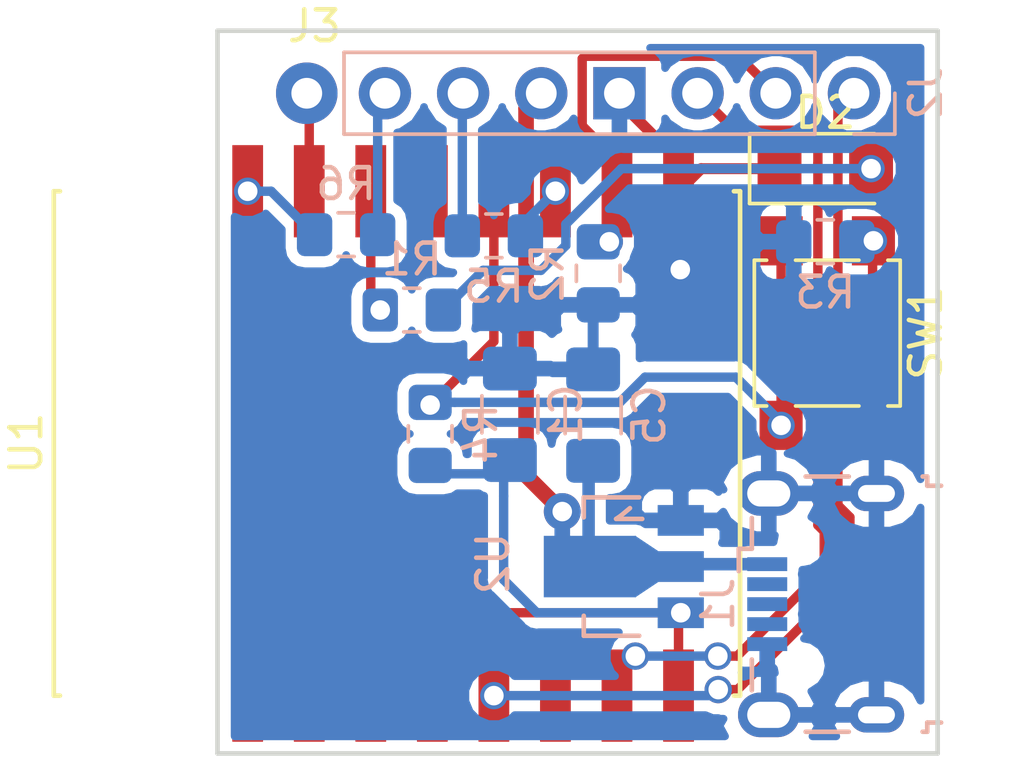
<source format=kicad_pcb>
(kicad_pcb (version 20171130) (host pcbnew 5.0.1-33cea8e~68~ubuntu16.04.1)

  (general
    (thickness 1.6)
    (drawings 4)
    (tracks 124)
    (zones 0)
    (modules 15)
    (nets 16)
  )

  (page A4)
  (layers
    (0 F.Cu signal)
    (31 B.Cu signal)
    (32 B.Adhes user)
    (33 F.Adhes user)
    (34 B.Paste user)
    (35 F.Paste user)
    (36 B.SilkS user)
    (37 F.SilkS user)
    (38 B.Mask user)
    (39 F.Mask user)
    (40 Dwgs.User user)
    (41 Cmts.User user)
    (42 Eco1.User user)
    (43 Eco2.User user)
    (44 Edge.Cuts user)
    (45 Margin user)
    (46 B.CrtYd user)
    (47 F.CrtYd user)
    (48 B.Fab user)
    (49 F.Fab user)
  )

  (setup
    (last_trace_width 0.3048)
    (trace_clearance 0.2)
    (zone_clearance 0.3556)
    (zone_45_only yes)
    (trace_min 0.3048)
    (segment_width 0.2)
    (edge_width 0.15)
    (via_size 0.889)
    (via_drill 0.635)
    (via_min_size 0.889)
    (via_min_drill 0.508)
    (uvia_size 0.508)
    (uvia_drill 0.127)
    (uvias_allowed no)
    (uvia_min_size 0.508)
    (uvia_min_drill 0.127)
    (pcb_text_width 0.3)
    (pcb_text_size 1.5 1.5)
    (mod_edge_width 0.15)
    (mod_text_size 1.5 1.5)
    (mod_text_width 0.15)
    (pad_size 1.99898 1.99898)
    (pad_drill 1)
    (pad_to_mask_clearance 0.2)
    (solder_mask_min_width 0.25)
    (aux_axis_origin 0 0)
    (visible_elements FFFFFF1F)
    (pcbplotparams
      (layerselection 0x00000_ffffffff)
      (usegerberextensions false)
      (usegerberattributes false)
      (usegerberadvancedattributes false)
      (creategerberjobfile false)
      (excludeedgelayer false)
      (linewidth 0.100000)
      (plotframeref false)
      (viasonmask false)
      (mode 1)
      (useauxorigin false)
      (hpglpennumber 1)
      (hpglpenspeed 20)
      (hpglpendiameter 15.000000)
      (psnegative false)
      (psa4output false)
      (plotreference false)
      (plotvalue false)
      (plotinvisibletext false)
      (padsonsilk false)
      (subtractmaskfromsilk false)
      (outputformat 5)
      (mirror true)
      (drillshape 2)
      (scaleselection 1)
      (outputdirectory "../../ESP8266/projekty/esp8266-infopanel/HW/"))
  )

  (net 0 "")
  (net 1 GND)
  (net 2 "Net-(R3-Pad2)")
  (net 3 "Net-(R4-Pad2)")
  (net 4 "Net-(D2-Pad2)")
  (net 5 "Net-(R1-Pad2)")
  (net 6 "Net-(R5-Pad2)")
  (net 7 "Net-(J3-Pad1)")
  (net 8 "Net-(R6-Pad2)")
  (net 9 "Net-(C1-Pad1)")
  (net 10 /VCC)
  (net 11 /TX1)
  (net 12 /TX2)
  (net 13 /DIN)
  (net 14 /CLK)
  (net 15 /CS)

  (net_class Default "Toto je výchozí třída sítě."
    (clearance 0.2)
    (trace_width 0.3048)
    (via_dia 0.889)
    (via_drill 0.635)
    (uvia_dia 0.508)
    (uvia_drill 0.127)
    (diff_pair_gap 0.2032)
    (diff_pair_width 0.3048)
    (add_net /CLK)
    (add_net /CS)
    (add_net /DIN)
    (add_net /TX1)
    (add_net /TX2)
    (add_net "Net-(C1-Pad1)")
    (add_net "Net-(D2-Pad2)")
    (add_net "Net-(J3-Pad1)")
    (add_net "Net-(R1-Pad2)")
    (add_net "Net-(R3-Pad2)")
    (add_net "Net-(R4-Pad2)")
    (add_net "Net-(R5-Pad2)")
    (add_net "Net-(R6-Pad2)")
  )

  (net_class GND ""
    (clearance 0.2)
    (trace_width 0.3558)
    (via_dia 0.889)
    (via_drill 0.635)
    (uvia_dia 0.508)
    (uvia_drill 0.127)
    (diff_pair_gap 0.2032)
    (diff_pair_width 0.3558)
    (add_net GND)
  )

  (net_class VCC ""
    (clearance 0.2)
    (trace_width 0.508)
    (via_dia 1.2)
    (via_drill 0.635)
    (uvia_dia 0.508)
    (uvia_drill 0.127)
    (diff_pair_gap 0.25)
    (diff_pair_width 0.4064)
    (add_net /VCC)
  )

  (module Diode_SMD:D_1206_3216Metric_Pad1.42x1.75mm_HandSolder (layer F.Cu) (tedit 5B4B45C8) (tstamp 5B830F2D)
    (at 178.5493 83.9851)
    (descr "Diode SMD 1206 (3216 Metric), square (rectangular) end terminal, IPC_7351 nominal, (Body size source: http://www.tortai-tech.com/upload/download/2011102023233369053.pdf), generated with kicad-footprint-generator")
    (tags "diode handsolder")
    (path /5AE386A1)
    (attr smd)
    (fp_text reference D2 (at 0 -1.82) (layer F.SilkS)
      (effects (font (size 1 1) (thickness 0.15)))
    )
    (fp_text value LED (at 0 1.82) (layer F.Fab)
      (effects (font (size 1 1) (thickness 0.15)))
    )
    (fp_line (start 1.6 -0.8) (end -1.2 -0.8) (layer F.Fab) (width 0.1))
    (fp_line (start -1.2 -0.8) (end -1.6 -0.4) (layer F.Fab) (width 0.1))
    (fp_line (start -1.6 -0.4) (end -1.6 0.8) (layer F.Fab) (width 0.1))
    (fp_line (start -1.6 0.8) (end 1.6 0.8) (layer F.Fab) (width 0.1))
    (fp_line (start 1.6 0.8) (end 1.6 -0.8) (layer F.Fab) (width 0.1))
    (fp_line (start 1.6 -1.135) (end -2.46 -1.135) (layer F.SilkS) (width 0.12))
    (fp_line (start -2.46 -1.135) (end -2.46 1.135) (layer F.SilkS) (width 0.12))
    (fp_line (start -2.46 1.135) (end 1.6 1.135) (layer F.SilkS) (width 0.12))
    (fp_line (start -2.45 1.12) (end -2.45 -1.12) (layer F.CrtYd) (width 0.05))
    (fp_line (start -2.45 -1.12) (end 2.45 -1.12) (layer F.CrtYd) (width 0.05))
    (fp_line (start 2.45 -1.12) (end 2.45 1.12) (layer F.CrtYd) (width 0.05))
    (fp_line (start 2.45 1.12) (end -2.45 1.12) (layer F.CrtYd) (width 0.05))
    (fp_text user %R (at 0 0) (layer F.Fab)
      (effects (font (size 0.8 0.8) (thickness 0.12)))
    )
    (pad 1 smd roundrect (at -1.4875 0) (size 1.425 1.75) (layers F.Cu F.Paste F.Mask) (roundrect_rratio 0.175439)
      (net 1 GND))
    (pad 2 smd roundrect (at 1.4875 0) (size 1.425 1.75) (layers F.Cu F.Paste F.Mask) (roundrect_rratio 0.175439)
      (net 4 "Net-(D2-Pad2)"))
    (model ${KISYS3DMOD}/Diode_SMD.3dshapes/D_1206_3216Metric.wrl
      (at (xyz 0 0 0))
      (scale (xyz 1 1 1))
      (rotate (xyz 0 0 0))
    )
  )

  (module Button_Switch_SMD:SW_SPST_TL3305A (layer F.Cu) (tedit 5B71EBEA) (tstamp 5B71F3AF)
    (at 178.6128 89.3318 270)
    (descr https://www.e-switch.com/system/asset/product_line/data_sheet/213/TL3305.pdf)
    (tags "TL3305 Series Tact Switch")
    (path /567D4755)
    (attr smd)
    (fp_text reference SW1 (at 0 -3.2 270) (layer F.SilkS)
      (effects (font (size 1 1) (thickness 0.15)))
    )
    (fp_text value User (at 0 3.2 270) (layer F.Fab)
      (effects (font (size 1 1) (thickness 0.15)))
    )
    (fp_line (start -3 1.15) (end -3 1.85) (layer F.Fab) (width 0.1))
    (fp_line (start -3 -1.85) (end -3 -1.15) (layer F.Fab) (width 0.1))
    (fp_line (start 3 1.15) (end 3 1.85) (layer F.Fab) (width 0.1))
    (fp_line (start 3 -1.85) (end 3 -1.15) (layer F.Fab) (width 0.1))
    (fp_line (start -3.75 1.85) (end -2.25 1.85) (layer F.Fab) (width 0.1))
    (fp_line (start -3.75 1.15) (end -3.75 1.85) (layer F.Fab) (width 0.1))
    (fp_line (start -2.25 1.15) (end -3.75 1.15) (layer F.Fab) (width 0.1))
    (fp_line (start -3.75 -1.15) (end -2.25 -1.15) (layer F.Fab) (width 0.1))
    (fp_line (start -3.75 -1.85) (end -3.75 -1.15) (layer F.Fab) (width 0.1))
    (fp_line (start -2.25 -1.85) (end -3.75 -1.85) (layer F.Fab) (width 0.1))
    (fp_line (start 3.75 1.85) (end 2.25 1.85) (layer F.Fab) (width 0.1))
    (fp_line (start 3.75 1.15) (end 3.75 1.85) (layer F.Fab) (width 0.1))
    (fp_line (start 2.25 1.15) (end 3.75 1.15) (layer F.Fab) (width 0.1))
    (fp_line (start 3.75 -1.85) (end 2.25 -1.85) (layer F.Fab) (width 0.1))
    (fp_line (start 3.75 -1.15) (end 3.75 -1.85) (layer F.Fab) (width 0.1))
    (fp_line (start 2.25 -1.15) (end 3.75 -1.15) (layer F.Fab) (width 0.1))
    (fp_circle (center 0 0) (end 1.25 0) (layer F.Fab) (width 0.1))
    (fp_line (start -2.25 2.25) (end -2.25 -2.25) (layer F.Fab) (width 0.1))
    (fp_line (start 2.25 2.25) (end -2.25 2.25) (layer F.Fab) (width 0.1))
    (fp_line (start 2.25 -2.25) (end 2.25 2.25) (layer F.Fab) (width 0.1))
    (fp_line (start -2.25 -2.25) (end 2.25 -2.25) (layer F.Fab) (width 0.1))
    (fp_text user %R (at 0 0 270) (layer F.Fab)
      (effects (font (size 0.5 0.5) (thickness 0.075)))
    )
    (fp_line (start -2.37 -2.37) (end 2.37 -2.37) (layer F.SilkS) (width 0.12))
    (fp_line (start -2.37 -2.37) (end -2.37 -1.97) (layer F.SilkS) (width 0.12))
    (fp_line (start 2.37 -2.37) (end 2.37 -1.97) (layer F.SilkS) (width 0.12))
    (fp_line (start -2.37 2.37) (end -2.37 1.97) (layer F.SilkS) (width 0.12))
    (fp_line (start -2.37 2.37) (end 2.37 2.37) (layer F.SilkS) (width 0.12))
    (fp_line (start 2.37 2.37) (end 2.37 1.97) (layer F.SilkS) (width 0.12))
    (fp_line (start 2.37 1.03) (end 2.37 -1.03) (layer F.SilkS) (width 0.12))
    (fp_line (start -2.37 1.03) (end -2.37 -1.03) (layer F.SilkS) (width 0.12))
    (fp_line (start 4.65 -2.5) (end 4.65 2.5) (layer F.CrtYd) (width 0.05))
    (fp_line (start 4.65 2.5) (end -4.65 2.5) (layer F.CrtYd) (width 0.05))
    (fp_line (start -4.65 2.5) (end -4.65 -2.5) (layer F.CrtYd) (width 0.05))
    (fp_line (start -4.65 -2.5) (end 4.65 -2.5) (layer F.CrtYd) (width 0.05))
    (pad 1 smd rect (at 3 -1.5 270) (size 1.6 1.4) (layers F.Cu F.Paste F.Mask)
      (net 2 "Net-(R3-Pad2)"))
    (pad 1 smd rect (at -3 -1.5 270) (size 1.6 1.4) (layers F.Cu F.Paste F.Mask)
      (net 2 "Net-(R3-Pad2)"))
    (pad 2 smd rect (at 3 1.5 270) (size 1.6 1.4) (layers F.Cu F.Paste F.Mask)
      (net 3 "Net-(R4-Pad2)"))
    (pad 2 smd rect (at -3 1.5 270) (size 1.6 1.4) (layers F.Cu F.Paste F.Mask)
      (net 3 "Net-(R4-Pad2)"))
    (model ${KISYS3DMOD}/Button_Switch_SMD.3dshapes/SW_SPST_TL3305A.wrl
      (at (xyz 0 0 0))
      (scale (xyz 1 1 1))
      (rotate (xyz 0 0 0))
    )
  )

  (module lib:ESP-8266-07 (layer F.Cu) (tedit 553B503D) (tstamp 553B5478)
    (at 165.78 92.92 90)
    (tags ESP)
    (path /553AAF87)
    (attr smd)
    (fp_text reference U1 (at 0 -13.2 90) (layer F.SilkS)
      (effects (font (size 1 1) (thickness 0.15)))
    )
    (fp_text value ESP8266-07 (at 0 11.1 90) (layer F.Fab)
      (effects (font (size 1 1) (thickness 0.15)))
    )
    (fp_line (start -3.7 -5.25) (end -3.7 5.25) (layer F.CrtYd) (width 0.05))
    (fp_line (start 3.7 -5.25) (end 3.7 5.25) (layer F.CrtYd) (width 0.05))
    (fp_line (start -3.7 -5.25) (end 3.7 -5.25) (layer F.CrtYd) (width 0.05))
    (fp_line (start -3.7 5.25) (end 3.7 5.25) (layer F.CrtYd) (width 0.05))
    (fp_line (start -8.2 -12.3) (end -8.2 -12.1) (layer F.SilkS) (width 0.15))
    (fp_line (start 8.2 -12.3) (end 8.2 -12.1) (layer F.SilkS) (width 0.15))
    (fp_line (start 8.2 10) (end 8.2 9.8) (layer F.SilkS) (width 0.15))
    (fp_line (start -8.2 10) (end -8.2 9.8) (layer F.SilkS) (width 0.15))
    (fp_line (start -8.2 -12.3) (end 8.2 -12.3) (layer F.SilkS) (width 0.15))
    (fp_line (start -8.2 10) (end 8.2 10) (layer F.SilkS) (width 0.15))
    (pad 1 smd rect (at -8.2 -6 90) (size 3 1) (layers F.Cu F.Paste F.Mask))
    (pad 2 smd rect (at -8.2 -4 90) (size 3 1) (layers F.Cu F.Paste F.Mask))
    (pad 3 smd rect (at -8.2 -2 90) (size 3 1) (layers F.Cu F.Paste F.Mask)
      (net 9 "Net-(C1-Pad1)"))
    (pad 4 smd rect (at -8.2 0 90) (size 3 1) (layers F.Cu F.Paste F.Mask))
    (pad 5 smd rect (at -8.2 2 90) (size 3 1) (layers F.Cu F.Paste F.Mask)
      (net 14 /CLK))
    (pad 6 smd rect (at -8.2 4 90) (size 3 1) (layers F.Cu F.Paste F.Mask))
    (pad 7 smd rect (at -8.2 6 90) (size 3 1) (layers F.Cu F.Paste F.Mask)
      (net 13 /DIN))
    (pad 8 smd rect (at -8.2 8 90) (size 3 1) (layers F.Cu F.Paste F.Mask)
      (net 9 "Net-(C1-Pad1)"))
    (pad 9 smd rect (at 8.2 8 90) (size 3 1) (layers F.Cu F.Paste F.Mask)
      (net 1 GND))
    (pad 10 smd rect (at 8.2 6 90) (size 3 1) (layers F.Cu F.Paste F.Mask)
      (net 15 /CS))
    (pad 11 smd rect (at 8.2 4 90) (size 3 1) (layers F.Cu F.Paste F.Mask)
      (net 6 "Net-(R5-Pad2)"))
    (pad 12 smd rect (at 8.2 2 90) (size 3 1) (layers F.Cu F.Paste F.Mask)
      (net 3 "Net-(R4-Pad2)"))
    (pad 13 smd rect (at 8.2 0 90) (size 3 1) (layers F.Cu F.Paste F.Mask))
    (pad 14 smd rect (at 8.2 -2 90) (size 3 1) (layers F.Cu F.Paste F.Mask)
      (net 5 "Net-(R1-Pad2)"))
    (pad 15 smd rect (at 8.2 -4 90) (size 3 1) (layers F.Cu F.Paste F.Mask)
      (net 7 "Net-(J3-Pad1)"))
    (pad 16 smd rect (at 8.2 -6 90) (size 3 1) (layers F.Cu F.Paste F.Mask)
      (net 8 "Net-(R6-Pad2)"))
  )

  (module TO_SOT_Packages_SMD:SOT89-3_Housing (layer B.Cu) (tedit 0) (tstamp 57991050)
    (at 172.00118 96.92386 270)
    (descr "SOT89-3, Housing,")
    (tags "SOT89-3, Housing,")
    (path /579910CF)
    (attr smd)
    (fp_text reference U2 (at -0.09906 4.24942 270) (layer B.SilkS)
      (effects (font (size 1 1) (thickness 0.15)) (justify mirror))
    )
    (fp_text value HT7335 (at -0.20066 -4.59994 270) (layer B.Fab)
      (effects (font (size 1 1) (thickness 0.15)) (justify mirror))
    )
    (fp_line (start -1.89992 -0.20066) (end -1.651 0.09906) (layer B.SilkS) (width 0.15))
    (fp_line (start -1.651 0.09906) (end -1.5494 0.24892) (layer B.SilkS) (width 0.15))
    (fp_line (start -1.5494 0.24892) (end -1.5494 -0.59944) (layer B.SilkS) (width 0.15))
    (fp_line (start -2.25044 1.30048) (end -2.25044 -0.50038) (layer B.SilkS) (width 0.15))
    (fp_line (start -2.25044 1.30048) (end -1.6002 1.30048) (layer B.SilkS) (width 0.15))
    (fp_line (start 2.25044 1.30048) (end 2.25044 -0.50038) (layer B.SilkS) (width 0.15))
    (fp_line (start 2.25044 1.30048) (end 1.6002 1.30048) (layer B.SilkS) (width 0.15))
    (pad 1 smd rect (at -1.50114 -1.85166 270) (size 1.00076 1.50114) (layers B.Cu B.Paste B.Mask)
      (net 1 GND))
    (pad 2 smd rect (at 0 -1.85166 270) (size 1.00076 1.50114) (layers B.Cu B.Paste B.Mask)
      (net 10 /VCC))
    (pad 3 smd rect (at 1.50114 -1.85166 270) (size 1.00076 1.50114) (layers B.Cu B.Paste B.Mask)
      (net 9 "Net-(C1-Pad1)"))
    (pad 2 smd rect (at 0 1.09982 270) (size 1.99898 2.99974) (layers B.Cu B.Paste B.Mask)
      (net 10 /VCC))
    (pad 2 smd trapezoid (at 0 -0.7493 90) (size 1.50114 0.7493) (rect_delta 0 -0.50038 ) (layers B.Cu B.Paste B.Mask)
      (net 10 /VCC))
    (model TO_SOT_Packages_SMD.3dshapes/SOT89-3_Housing.wrl
      (at (xyz 0 0 0))
      (scale (xyz 0.3937 0.3937 0.3937))
      (rotate (xyz 0 0 0))
    )
  )

  (module libKonektory:USB_Micro-B_Wuerth_629105150521 (layer B.Cu) (tedit 5B5B239F) (tstamp 5B830F3F)
    (at 178.562 98.1456 270)
    (descr "USB Micro-B receptacle, http://www.mouser.com/ds/2/445/629105150521-469306.pdf")
    (tags "usb micro receptacle")
    (path /5B5F93A8)
    (attr smd)
    (fp_text reference J1 (at 0 3.5 270) (layer B.SilkS)
      (effects (font (size 1 1) (thickness 0.15)) (justify mirror))
    )
    (fp_text value USB_B_Micro (at 0 -5.6 270) (layer B.Fab)
      (effects (font (size 1 1) (thickness 0.15)) (justify mirror))
    )
    (fp_line (start -4 2.25) (end -4 -3.15) (layer B.Fab) (width 0.15))
    (fp_line (start -4 -3.15) (end -3.7 -3.15) (layer B.Fab) (width 0.15))
    (fp_line (start -3.7 -3.15) (end -3.7 -4.35) (layer B.Fab) (width 0.15))
    (fp_line (start -3.7 -4.35) (end 3.7 -4.35) (layer B.Fab) (width 0.15))
    (fp_line (start 3.7 -4.35) (end 3.7 -3.15) (layer B.Fab) (width 0.15))
    (fp_line (start 3.7 -3.15) (end 4 -3.15) (layer B.Fab) (width 0.15))
    (fp_line (start 4 -3.15) (end 4 2.25) (layer B.Fab) (width 0.15))
    (fp_line (start 4 2.25) (end -4 2.25) (layer B.Fab) (width 0.15))
    (fp_line (start -2.7 -3.75) (end 2.7 -3.75) (layer B.Fab) (width 0.15))
    (fp_line (start -1.075 2.725) (end -1.3 2.55) (layer B.Fab) (width 0.15))
    (fp_line (start -1.3 2.55) (end -1.525 2.725) (layer B.Fab) (width 0.15))
    (fp_line (start -1.525 2.725) (end -1.525 2.95) (layer B.Fab) (width 0.15))
    (fp_line (start -1.525 2.95) (end -1.075 2.95) (layer B.Fab) (width 0.15))
    (fp_line (start -1.075 2.95) (end -1.075 2.725) (layer B.Fab) (width 0.15))
    (fp_line (start -4.15 0.65) (end -4.15 -0.75) (layer B.SilkS) (width 0.15))
    (fp_line (start -4.15 -3.15) (end -4.15 -3.3) (layer B.SilkS) (width 0.15))
    (fp_line (start -4.15 -3.3) (end -3.85 -3.3) (layer B.SilkS) (width 0.15))
    (fp_line (start -3.85 -3.3) (end -3.85 -3.75) (layer B.SilkS) (width 0.15))
    (fp_line (start 3.85 -3.75) (end 3.85 -3.3) (layer B.SilkS) (width 0.15))
    (fp_line (start 3.85 -3.3) (end 4.15 -3.3) (layer B.SilkS) (width 0.15))
    (fp_line (start 4.15 -3.3) (end 4.15 -3.15) (layer B.SilkS) (width 0.15))
    (fp_line (start 4.15 -0.75) (end 4.15 0.65) (layer B.SilkS) (width 0.15))
    (fp_line (start -1.075 2.825) (end -1.8 2.825) (layer B.SilkS) (width 0.15))
    (fp_line (start -1.8 2.825) (end -1.8 2.4) (layer B.SilkS) (width 0.15))
    (fp_line (start -1.8 2.4) (end -2.8 2.4) (layer B.SilkS) (width 0.15))
    (fp_line (start 1.8 2.4) (end 2.8 2.4) (layer B.SilkS) (width 0.15))
    (fp_line (start -4.94 3.34) (end -4.94 -4.85) (layer B.CrtYd) (width 0.05))
    (fp_line (start -4.94 -4.85) (end 4.95 -4.85) (layer B.CrtYd) (width 0.05))
    (fp_line (start 4.95 -4.85) (end 4.95 3.34) (layer B.CrtYd) (width 0.05))
    (fp_line (start 4.95 3.34) (end -4.94 3.34) (layer B.CrtYd) (width 0.05))
    (fp_text user %R (at 0 -1.05 270) (layer B.Fab)
      (effects (font (size 1 1) (thickness 0.15)) (justify mirror))
    )
    (fp_text user "PCB Edge" (at 0 -3.75 270) (layer Dwgs.User)
      (effects (font (size 0.5 0.5) (thickness 0.08)))
    )
    (pad 1 smd rect (at -1.3 1.9 270) (size 0.45 1.3) (layers B.Cu B.Paste B.Mask)
      (net 10 /VCC))
    (pad 2 smd rect (at -0.65 1.9 270) (size 0.45 1.3) (layers B.Cu B.Paste B.Mask))
    (pad 3 smd rect (at 0 1.9 270) (size 0.45 1.3) (layers B.Cu B.Paste B.Mask))
    (pad 4 smd rect (at 0.65 1.9 270) (size 0.45 1.3) (layers B.Cu B.Paste B.Mask))
    (pad 5 smd rect (at 1.3 1.9 270) (size 0.45 1.3) (layers B.Cu B.Paste B.Mask)
      (net 1 GND))
    (pad 6 thru_hole oval (at -3.6 1.85 270) (size 1.45 2) (drill oval 0.85 1.4) (layers *.Cu *.Mask)
      (net 1 GND))
    (pad 6 thru_hole oval (at 3.6 1.85 270) (size 1.45 2) (drill oval 0.85 1.4) (layers *.Cu *.Mask)
      (net 1 GND))
    (pad 6 thru_hole oval (at -3.6 -1.65 270) (size 1.15 1.8) (drill oval 0.55 1.2) (layers *.Cu *.Mask)
      (net 1 GND))
    (pad 6 thru_hole oval (at 3.6 -1.65 270) (size 1.15 1.8) (drill oval 0.55 1.2) (layers *.Cu *.Mask)
      (net 1 GND))
    (pad "" np_thru_hole oval (at -2 0.8 270) (size 0.8 0.8) (drill 0.8) (layers *.Cu *.Mask))
    (pad "" np_thru_hole oval (at 2 0.8 270) (size 0.8 0.8) (drill 0.8) (layers *.Cu *.Mask))
    (model ${KISYS3DMOD}/Connector_USB.3dshapes/USB_Micro-B_Wuerth_629105150521.wrl
      (at (xyz 0 0 0))
      (scale (xyz 1 1 1))
      (rotate (xyz 0 0 0))
    )
  )

  (module Connector_Wire:SolderWirePad_1x01_Drill0.8mm (layer F.Cu) (tedit 5B7352DF) (tstamp 5B830F8D)
    (at 161.9504 81.8896)
    (descr "Wire solder connection")
    (tags connector)
    (path /5B618711)
    (attr virtual)
    (fp_text reference J3 (at 0 -2.54) (layer F.SilkS)
      (effects (font (size 1 1) (thickness 0.15)))
    )
    (fp_text value RX (at 0 2.54) (layer F.Fab)
      (effects (font (size 1 1) (thickness 0.15)))
    )
    (fp_text user %R (at 0 0) (layer F.Fab)
      (effects (font (size 1 1) (thickness 0.15)))
    )
    (fp_line (start -1.5 -1.5) (end 1.5 -1.5) (layer F.CrtYd) (width 0.05))
    (fp_line (start -1.5 -1.5) (end -1.5 1.5) (layer F.CrtYd) (width 0.05))
    (fp_line (start 1.5 1.5) (end 1.5 -1.5) (layer F.CrtYd) (width 0.05))
    (fp_line (start 1.5 1.5) (end -1.5 1.5) (layer F.CrtYd) (width 0.05))
    (pad 1 thru_hole circle (at -0.2504 -0.3556) (size 1.99898 1.99898) (drill 1) (layers *.Cu *.Mask)
      (net 7 "Net-(J3-Pad1)"))
  )

  (module Connector_PinHeader_2.54mm:PinHeader_1x07_P2.54mm_Vertical (layer B.Cu) (tedit 5B674909) (tstamp 5B737500)
    (at 179.48 81.534 90)
    (descr "Through hole straight pin header, 1x07, 2.54mm pitch, single row")
    (tags "Through hole pin header THT 1x07 2.54mm single row")
    (path /5B67B50E)
    (fp_text reference J2 (at 0 2.33 90) (layer B.SilkS)
      (effects (font (size 1 1) (thickness 0.15)) (justify mirror))
    )
    (fp_text value Display (at 0 -17.57 90) (layer B.Fab)
      (effects (font (size 1 1) (thickness 0.15)) (justify mirror))
    )
    (fp_line (start -0.635 1.27) (end 1.27 1.27) (layer B.Fab) (width 0.1))
    (fp_line (start 1.27 1.27) (end 1.27 -16.51) (layer B.Fab) (width 0.1))
    (fp_line (start 1.27 -16.51) (end -1.27 -16.51) (layer B.Fab) (width 0.1))
    (fp_line (start -1.27 -16.51) (end -1.27 0.635) (layer B.Fab) (width 0.1))
    (fp_line (start -1.27 0.635) (end -0.635 1.27) (layer B.Fab) (width 0.1))
    (fp_line (start -1.33 -16.57) (end 1.33 -16.57) (layer B.SilkS) (width 0.12))
    (fp_line (start -1.33 -1.27) (end -1.33 -16.57) (layer B.SilkS) (width 0.12))
    (fp_line (start 1.33 -1.27) (end 1.33 -16.57) (layer B.SilkS) (width 0.12))
    (fp_line (start -1.33 -1.27) (end 1.33 -1.27) (layer B.SilkS) (width 0.12))
    (fp_line (start -1.33 0) (end -1.33 1.33) (layer B.SilkS) (width 0.12))
    (fp_line (start -1.33 1.33) (end 0 1.33) (layer B.SilkS) (width 0.12))
    (fp_line (start -1.8 1.8) (end -1.8 -17.05) (layer B.CrtYd) (width 0.05))
    (fp_line (start -1.8 -17.05) (end 1.8 -17.05) (layer B.CrtYd) (width 0.05))
    (fp_line (start 1.8 -17.05) (end 1.8 1.8) (layer B.CrtYd) (width 0.05))
    (fp_line (start 1.8 1.8) (end -1.8 1.8) (layer B.CrtYd) (width 0.05))
    (fp_text user %R (at 0 -7.62) (layer B.Fab)
      (effects (font (size 1 1) (thickness 0.15)) (justify mirror))
    )
    (pad 1 thru_hole circle (at 0 0 90) (size 1.7 1.7) (drill 1) (layers *.Cu *.Mask)
      (net 14 /CLK))
    (pad 2 thru_hole oval (at 0 -2.54 90) (size 1.7 1.7) (drill 1) (layers *.Cu *.Mask)
      (net 15 /CS))
    (pad 3 thru_hole oval (at 0 -5.08 90) (size 1.7 1.7) (drill 1) (layers *.Cu *.Mask)
      (net 13 /DIN))
    (pad 4 thru_hole rect (at 0 -7.62 90) (size 1.7 1.7) (drill 1) (layers *.Cu *.Mask)
      (net 1 GND))
    (pad 5 thru_hole oval (at 0 -10.16 90) (size 1.7 1.7) (drill 1) (layers *.Cu *.Mask)
      (net 10 /VCC))
    (pad 6 thru_hole oval (at 0 -12.7 90) (size 1.7 1.7) (drill 1) (layers *.Cu *.Mask)
      (net 12 /TX2))
    (pad 7 thru_hole oval (at 0 -15.24 90) (size 1.7 1.7) (drill 1) (layers *.Cu *.Mask)
      (net 11 /TX1))
    (model ${KISYS3DMOD}/Connector_PinHeader_2.54mm.3dshapes/PinHeader_1x07_P2.54mm_Vertical.wrl
      (at (xyz 0 0 0))
      (scale (xyz 1 1 1))
      (rotate (xyz 0 0 0))
    )
  )

  (module Capacitor_SMD:C_1206_3216Metric_Pad1.42x1.75mm_HandSolder (layer B.Cu) (tedit 5B301BBE) (tstamp 5B7F81A2)
    (at 168.3004 91.9734 90)
    (descr "Capacitor SMD 1206 (3216 Metric), square (rectangular) end terminal, IPC_7351 nominal with elongated pad for handsoldering. (Body size source: http://www.tortai-tech.com/upload/download/2011102023233369053.pdf), generated with kicad-footprint-generator")
    (tags "capacitor handsolder")
    (path /5B649E3A)
    (attr smd)
    (fp_text reference C1 (at 0 1.82 90) (layer B.SilkS)
      (effects (font (size 1 1) (thickness 0.15)) (justify mirror))
    )
    (fp_text value 10µF (at 0 -1.82 90) (layer B.Fab)
      (effects (font (size 1 1) (thickness 0.15)) (justify mirror))
    )
    (fp_text user %R (at 0 0 90) (layer B.Fab)
      (effects (font (size 0.8 0.8) (thickness 0.12)) (justify mirror))
    )
    (fp_line (start 2.45 -1.12) (end -2.45 -1.12) (layer B.CrtYd) (width 0.05))
    (fp_line (start 2.45 1.12) (end 2.45 -1.12) (layer B.CrtYd) (width 0.05))
    (fp_line (start -2.45 1.12) (end 2.45 1.12) (layer B.CrtYd) (width 0.05))
    (fp_line (start -2.45 -1.12) (end -2.45 1.12) (layer B.CrtYd) (width 0.05))
    (fp_line (start -0.602064 -0.91) (end 0.602064 -0.91) (layer B.SilkS) (width 0.12))
    (fp_line (start -0.602064 0.91) (end 0.602064 0.91) (layer B.SilkS) (width 0.12))
    (fp_line (start 1.6 -0.8) (end -1.6 -0.8) (layer B.Fab) (width 0.1))
    (fp_line (start 1.6 0.8) (end 1.6 -0.8) (layer B.Fab) (width 0.1))
    (fp_line (start -1.6 0.8) (end 1.6 0.8) (layer B.Fab) (width 0.1))
    (fp_line (start -1.6 -0.8) (end -1.6 0.8) (layer B.Fab) (width 0.1))
    (pad 2 smd roundrect (at 1.4875 0 90) (size 1.425 1.75) (layers B.Cu B.Paste B.Mask) (roundrect_rratio 0.175439)
      (net 1 GND))
    (pad 1 smd roundrect (at -1.4875 0 90) (size 1.425 1.75) (layers B.Cu B.Paste B.Mask) (roundrect_rratio 0.175439)
      (net 9 "Net-(C1-Pad1)"))
    (model ${KISYS3DMOD}/Capacitor_SMD.3dshapes/C_1206_3216Metric.wrl
      (at (xyz 0 0 0))
      (scale (xyz 1 1 1))
      (rotate (xyz 0 0 0))
    )
  )

  (module Capacitor_SMD:C_1206_3216Metric_Pad1.42x1.75mm_HandSolder (layer B.Cu) (tedit 5B301BBE) (tstamp 5B7F81B2)
    (at 171.0055 91.9988 90)
    (descr "Capacitor SMD 1206 (3216 Metric), square (rectangular) end terminal, IPC_7351 nominal with elongated pad for handsoldering. (Body size source: http://www.tortai-tech.com/upload/download/2011102023233369053.pdf), generated with kicad-footprint-generator")
    (tags "capacitor handsolder")
    (path /57541D3E)
    (attr smd)
    (fp_text reference C5 (at 0 1.82 90) (layer B.SilkS)
      (effects (font (size 1 1) (thickness 0.15)) (justify mirror))
    )
    (fp_text value 10µF (at 0 -1.82 90) (layer B.Fab)
      (effects (font (size 1 1) (thickness 0.15)) (justify mirror))
    )
    (fp_line (start -1.6 -0.8) (end -1.6 0.8) (layer B.Fab) (width 0.1))
    (fp_line (start -1.6 0.8) (end 1.6 0.8) (layer B.Fab) (width 0.1))
    (fp_line (start 1.6 0.8) (end 1.6 -0.8) (layer B.Fab) (width 0.1))
    (fp_line (start 1.6 -0.8) (end -1.6 -0.8) (layer B.Fab) (width 0.1))
    (fp_line (start -0.602064 0.91) (end 0.602064 0.91) (layer B.SilkS) (width 0.12))
    (fp_line (start -0.602064 -0.91) (end 0.602064 -0.91) (layer B.SilkS) (width 0.12))
    (fp_line (start -2.45 -1.12) (end -2.45 1.12) (layer B.CrtYd) (width 0.05))
    (fp_line (start -2.45 1.12) (end 2.45 1.12) (layer B.CrtYd) (width 0.05))
    (fp_line (start 2.45 1.12) (end 2.45 -1.12) (layer B.CrtYd) (width 0.05))
    (fp_line (start 2.45 -1.12) (end -2.45 -1.12) (layer B.CrtYd) (width 0.05))
    (fp_text user %R (at 0 0 90) (layer B.Fab)
      (effects (font (size 0.8 0.8) (thickness 0.12)) (justify mirror))
    )
    (pad 1 smd roundrect (at -1.4875 0 90) (size 1.425 1.75) (layers B.Cu B.Paste B.Mask) (roundrect_rratio 0.175439)
      (net 10 /VCC))
    (pad 2 smd roundrect (at 1.4875 0 90) (size 1.425 1.75) (layers B.Cu B.Paste B.Mask) (roundrect_rratio 0.175439)
      (net 1 GND))
    (model ${KISYS3DMOD}/Capacitor_SMD.3dshapes/C_1206_3216Metric.wrl
      (at (xyz 0 0 0))
      (scale (xyz 1 1 1))
      (rotate (xyz 0 0 0))
    )
  )

  (module Resistor_SMD:R_0805_2012Metric_Pad1.15x1.40mm_HandSolder (layer B.Cu) (tedit 5B36C52B) (tstamp 5B7F81C2)
    (at 165.1127 88.5825 180)
    (descr "Resistor SMD 0805 (2012 Metric), square (rectangular) end terminal, IPC_7351 nominal with elongated pad for handsoldering. (Body size source: https://docs.google.com/spreadsheets/d/1BsfQQcO9C6DZCsRaXUlFlo91Tg2WpOkGARC1WS5S8t0/edit?usp=sharing), generated with kicad-footprint-generator")
    (tags "resistor handsolder")
    (path /5AE387D4)
    (attr smd)
    (fp_text reference R1 (at 0 1.65 180) (layer B.SilkS)
      (effects (font (size 1 1) (thickness 0.15)) (justify mirror))
    )
    (fp_text value 330 (at 0 -1.65 180) (layer B.Fab)
      (effects (font (size 1 1) (thickness 0.15)) (justify mirror))
    )
    (fp_text user %R (at 0 0 180) (layer B.Fab)
      (effects (font (size 0.5 0.5) (thickness 0.08)) (justify mirror))
    )
    (fp_line (start 1.85 -0.95) (end -1.85 -0.95) (layer B.CrtYd) (width 0.05))
    (fp_line (start 1.85 0.95) (end 1.85 -0.95) (layer B.CrtYd) (width 0.05))
    (fp_line (start -1.85 0.95) (end 1.85 0.95) (layer B.CrtYd) (width 0.05))
    (fp_line (start -1.85 -0.95) (end -1.85 0.95) (layer B.CrtYd) (width 0.05))
    (fp_line (start -0.261252 -0.71) (end 0.261252 -0.71) (layer B.SilkS) (width 0.12))
    (fp_line (start -0.261252 0.71) (end 0.261252 0.71) (layer B.SilkS) (width 0.12))
    (fp_line (start 1 -0.6) (end -1 -0.6) (layer B.Fab) (width 0.1))
    (fp_line (start 1 0.6) (end 1 -0.6) (layer B.Fab) (width 0.1))
    (fp_line (start -1 0.6) (end 1 0.6) (layer B.Fab) (width 0.1))
    (fp_line (start -1 -0.6) (end -1 0.6) (layer B.Fab) (width 0.1))
    (pad 2 smd roundrect (at 1.025 0 180) (size 1.15 1.4) (layers B.Cu B.Paste B.Mask) (roundrect_rratio 0.217391)
      (net 5 "Net-(R1-Pad2)"))
    (pad 1 smd roundrect (at -1.025 0 180) (size 1.15 1.4) (layers B.Cu B.Paste B.Mask) (roundrect_rratio 0.217391)
      (net 4 "Net-(D2-Pad2)"))
    (model ${KISYS3DMOD}/Resistor_SMD.3dshapes/R_0805_2012Metric.wrl
      (at (xyz 0 0 0))
      (scale (xyz 1 1 1))
      (rotate (xyz 0 0 0))
    )
  )

  (module Resistor_SMD:R_0805_2012Metric_Pad1.15x1.40mm_HandSolder (layer B.Cu) (tedit 5B36C52B) (tstamp 5B7F81D2)
    (at 171.1706 87.3887 270)
    (descr "Resistor SMD 0805 (2012 Metric), square (rectangular) end terminal, IPC_7351 nominal with elongated pad for handsoldering. (Body size source: https://docs.google.com/spreadsheets/d/1BsfQQcO9C6DZCsRaXUlFlo91Tg2WpOkGARC1WS5S8t0/edit?usp=sharing), generated with kicad-footprint-generator")
    (tags "resistor handsolder")
    (path /567DDE97)
    (attr smd)
    (fp_text reference R2 (at 0 1.65 270) (layer B.SilkS)
      (effects (font (size 1 1) (thickness 0.15)) (justify mirror))
    )
    (fp_text value 10k (at 0 -1.65 270) (layer B.Fab)
      (effects (font (size 1 1) (thickness 0.15)) (justify mirror))
    )
    (fp_text user %R (at 0 0 270) (layer B.Fab)
      (effects (font (size 0.5 0.5) (thickness 0.08)) (justify mirror))
    )
    (fp_line (start 1.85 -0.95) (end -1.85 -0.95) (layer B.CrtYd) (width 0.05))
    (fp_line (start 1.85 0.95) (end 1.85 -0.95) (layer B.CrtYd) (width 0.05))
    (fp_line (start -1.85 0.95) (end 1.85 0.95) (layer B.CrtYd) (width 0.05))
    (fp_line (start -1.85 -0.95) (end -1.85 0.95) (layer B.CrtYd) (width 0.05))
    (fp_line (start -0.261252 -0.71) (end 0.261252 -0.71) (layer B.SilkS) (width 0.12))
    (fp_line (start -0.261252 0.71) (end 0.261252 0.71) (layer B.SilkS) (width 0.12))
    (fp_line (start 1 -0.6) (end -1 -0.6) (layer B.Fab) (width 0.1))
    (fp_line (start 1 0.6) (end 1 -0.6) (layer B.Fab) (width 0.1))
    (fp_line (start -1 0.6) (end 1 0.6) (layer B.Fab) (width 0.1))
    (fp_line (start -1 -0.6) (end -1 0.6) (layer B.Fab) (width 0.1))
    (pad 2 smd roundrect (at 1.025 0 270) (size 1.15 1.4) (layers B.Cu B.Paste B.Mask) (roundrect_rratio 0.217391)
      (net 1 GND))
    (pad 1 smd roundrect (at -1.025 0 270) (size 1.15 1.4) (layers B.Cu B.Paste B.Mask) (roundrect_rratio 0.217391)
      (net 15 /CS))
    (model ${KISYS3DMOD}/Resistor_SMD.3dshapes/R_0805_2012Metric.wrl
      (at (xyz 0 0 0))
      (scale (xyz 1 1 1))
      (rotate (xyz 0 0 0))
    )
  )

  (module Resistor_SMD:R_0805_2012Metric_Pad1.15x1.40mm_HandSolder (layer B.Cu) (tedit 5B36C52B) (tstamp 5B7F81E2)
    (at 178.5493 86.36)
    (descr "Resistor SMD 0805 (2012 Metric), square (rectangular) end terminal, IPC_7351 nominal with elongated pad for handsoldering. (Body size source: https://docs.google.com/spreadsheets/d/1BsfQQcO9C6DZCsRaXUlFlo91Tg2WpOkGARC1WS5S8t0/edit?usp=sharing), generated with kicad-footprint-generator")
    (tags "resistor handsolder")
    (path /567D56AF)
    (attr smd)
    (fp_text reference R3 (at 0 1.65) (layer B.SilkS)
      (effects (font (size 1 1) (thickness 0.15)) (justify mirror))
    )
    (fp_text value 330 (at 0 -1.65) (layer B.Fab)
      (effects (font (size 1 1) (thickness 0.15)) (justify mirror))
    )
    (fp_line (start -1 -0.6) (end -1 0.6) (layer B.Fab) (width 0.1))
    (fp_line (start -1 0.6) (end 1 0.6) (layer B.Fab) (width 0.1))
    (fp_line (start 1 0.6) (end 1 -0.6) (layer B.Fab) (width 0.1))
    (fp_line (start 1 -0.6) (end -1 -0.6) (layer B.Fab) (width 0.1))
    (fp_line (start -0.261252 0.71) (end 0.261252 0.71) (layer B.SilkS) (width 0.12))
    (fp_line (start -0.261252 -0.71) (end 0.261252 -0.71) (layer B.SilkS) (width 0.12))
    (fp_line (start -1.85 -0.95) (end -1.85 0.95) (layer B.CrtYd) (width 0.05))
    (fp_line (start -1.85 0.95) (end 1.85 0.95) (layer B.CrtYd) (width 0.05))
    (fp_line (start 1.85 0.95) (end 1.85 -0.95) (layer B.CrtYd) (width 0.05))
    (fp_line (start 1.85 -0.95) (end -1.85 -0.95) (layer B.CrtYd) (width 0.05))
    (fp_text user %R (at 0 0) (layer B.Fab)
      (effects (font (size 0.5 0.5) (thickness 0.08)) (justify mirror))
    )
    (pad 1 smd roundrect (at -1.025 0) (size 1.15 1.4) (layers B.Cu B.Paste B.Mask) (roundrect_rratio 0.217391)
      (net 1 GND))
    (pad 2 smd roundrect (at 1.025 0) (size 1.15 1.4) (layers B.Cu B.Paste B.Mask) (roundrect_rratio 0.217391)
      (net 2 "Net-(R3-Pad2)"))
    (model ${KISYS3DMOD}/Resistor_SMD.3dshapes/R_0805_2012Metric.wrl
      (at (xyz 0 0 0))
      (scale (xyz 1 1 1))
      (rotate (xyz 0 0 0))
    )
  )

  (module Resistor_SMD:R_0805_2012Metric_Pad1.15x1.40mm_HandSolder (layer B.Cu) (tedit 5B36C52B) (tstamp 5B7F81F2)
    (at 165.7096 92.6084 90)
    (descr "Resistor SMD 0805 (2012 Metric), square (rectangular) end terminal, IPC_7351 nominal with elongated pad for handsoldering. (Body size source: https://docs.google.com/spreadsheets/d/1BsfQQcO9C6DZCsRaXUlFlo91Tg2WpOkGARC1WS5S8t0/edit?usp=sharing), generated with kicad-footprint-generator")
    (tags "resistor handsolder")
    (path /567FF3DD)
    (attr smd)
    (fp_text reference R4 (at 0 1.65 90) (layer B.SilkS)
      (effects (font (size 1 1) (thickness 0.15)) (justify mirror))
    )
    (fp_text value 10k (at 0 -1.65 90) (layer B.Fab)
      (effects (font (size 1 1) (thickness 0.15)) (justify mirror))
    )
    (fp_line (start -1 -0.6) (end -1 0.6) (layer B.Fab) (width 0.1))
    (fp_line (start -1 0.6) (end 1 0.6) (layer B.Fab) (width 0.1))
    (fp_line (start 1 0.6) (end 1 -0.6) (layer B.Fab) (width 0.1))
    (fp_line (start 1 -0.6) (end -1 -0.6) (layer B.Fab) (width 0.1))
    (fp_line (start -0.261252 0.71) (end 0.261252 0.71) (layer B.SilkS) (width 0.12))
    (fp_line (start -0.261252 -0.71) (end 0.261252 -0.71) (layer B.SilkS) (width 0.12))
    (fp_line (start -1.85 -0.95) (end -1.85 0.95) (layer B.CrtYd) (width 0.05))
    (fp_line (start -1.85 0.95) (end 1.85 0.95) (layer B.CrtYd) (width 0.05))
    (fp_line (start 1.85 0.95) (end 1.85 -0.95) (layer B.CrtYd) (width 0.05))
    (fp_line (start 1.85 -0.95) (end -1.85 -0.95) (layer B.CrtYd) (width 0.05))
    (fp_text user %R (at 0 0 90) (layer B.Fab)
      (effects (font (size 0.5 0.5) (thickness 0.08)) (justify mirror))
    )
    (pad 1 smd roundrect (at -1.025 0 90) (size 1.15 1.4) (layers B.Cu B.Paste B.Mask) (roundrect_rratio 0.217391)
      (net 9 "Net-(C1-Pad1)"))
    (pad 2 smd roundrect (at 1.025 0 90) (size 1.15 1.4) (layers B.Cu B.Paste B.Mask) (roundrect_rratio 0.217391)
      (net 3 "Net-(R4-Pad2)"))
    (model ${KISYS3DMOD}/Resistor_SMD.3dshapes/R_0805_2012Metric.wrl
      (at (xyz 0 0 0))
      (scale (xyz 1 1 1))
      (rotate (xyz 0 0 0))
    )
  )

  (module Resistor_SMD:R_0805_2012Metric_Pad1.15x1.40mm_HandSolder (layer B.Cu) (tedit 5B36C52B) (tstamp 5B7F8202)
    (at 167.7797 86.1695)
    (descr "Resistor SMD 0805 (2012 Metric), square (rectangular) end terminal, IPC_7351 nominal with elongated pad for handsoldering. (Body size source: https://docs.google.com/spreadsheets/d/1BsfQQcO9C6DZCsRaXUlFlo91Tg2WpOkGARC1WS5S8t0/edit?usp=sharing), generated with kicad-footprint-generator")
    (tags "resistor handsolder")
    (path /5AE38DF5)
    (attr smd)
    (fp_text reference R5 (at 0 1.65) (layer B.SilkS)
      (effects (font (size 1 1) (thickness 0.15)) (justify mirror))
    )
    (fp_text value 330 (at 0 -1.65) (layer B.Fab)
      (effects (font (size 1 1) (thickness 0.15)) (justify mirror))
    )
    (fp_line (start -1 -0.6) (end -1 0.6) (layer B.Fab) (width 0.1))
    (fp_line (start -1 0.6) (end 1 0.6) (layer B.Fab) (width 0.1))
    (fp_line (start 1 0.6) (end 1 -0.6) (layer B.Fab) (width 0.1))
    (fp_line (start 1 -0.6) (end -1 -0.6) (layer B.Fab) (width 0.1))
    (fp_line (start -0.261252 0.71) (end 0.261252 0.71) (layer B.SilkS) (width 0.12))
    (fp_line (start -0.261252 -0.71) (end 0.261252 -0.71) (layer B.SilkS) (width 0.12))
    (fp_line (start -1.85 -0.95) (end -1.85 0.95) (layer B.CrtYd) (width 0.05))
    (fp_line (start -1.85 0.95) (end 1.85 0.95) (layer B.CrtYd) (width 0.05))
    (fp_line (start 1.85 0.95) (end 1.85 -0.95) (layer B.CrtYd) (width 0.05))
    (fp_line (start 1.85 -0.95) (end -1.85 -0.95) (layer B.CrtYd) (width 0.05))
    (fp_text user %R (at 0 0) (layer B.Fab)
      (effects (font (size 0.5 0.5) (thickness 0.08)) (justify mirror))
    )
    (pad 1 smd roundrect (at -1.025 0) (size 1.15 1.4) (layers B.Cu B.Paste B.Mask) (roundrect_rratio 0.217391)
      (net 12 /TX2))
    (pad 2 smd roundrect (at 1.025 0) (size 1.15 1.4) (layers B.Cu B.Paste B.Mask) (roundrect_rratio 0.217391)
      (net 6 "Net-(R5-Pad2)"))
    (model ${KISYS3DMOD}/Resistor_SMD.3dshapes/R_0805_2012Metric.wrl
      (at (xyz 0 0 0))
      (scale (xyz 1 1 1))
      (rotate (xyz 0 0 0))
    )
  )

  (module Resistor_SMD:R_0805_2012Metric_Pad1.15x1.40mm_HandSolder (layer B.Cu) (tedit 5B36C52B) (tstamp 5B7F8212)
    (at 162.9791 86.1314 180)
    (descr "Resistor SMD 0805 (2012 Metric), square (rectangular) end terminal, IPC_7351 nominal with elongated pad for handsoldering. (Body size source: https://docs.google.com/spreadsheets/d/1BsfQQcO9C6DZCsRaXUlFlo91Tg2WpOkGARC1WS5S8t0/edit?usp=sharing), generated with kicad-footprint-generator")
    (tags "resistor handsolder")
    (path /5B6050AF)
    (attr smd)
    (fp_text reference R6 (at 0 1.65 180) (layer B.SilkS)
      (effects (font (size 1 1) (thickness 0.15)) (justify mirror))
    )
    (fp_text value 330 (at 0 -1.65 180) (layer B.Fab)
      (effects (font (size 1 1) (thickness 0.15)) (justify mirror))
    )
    (fp_text user %R (at 0 0 180) (layer B.Fab)
      (effects (font (size 0.5 0.5) (thickness 0.08)) (justify mirror))
    )
    (fp_line (start 1.85 -0.95) (end -1.85 -0.95) (layer B.CrtYd) (width 0.05))
    (fp_line (start 1.85 0.95) (end 1.85 -0.95) (layer B.CrtYd) (width 0.05))
    (fp_line (start -1.85 0.95) (end 1.85 0.95) (layer B.CrtYd) (width 0.05))
    (fp_line (start -1.85 -0.95) (end -1.85 0.95) (layer B.CrtYd) (width 0.05))
    (fp_line (start -0.261252 -0.71) (end 0.261252 -0.71) (layer B.SilkS) (width 0.12))
    (fp_line (start -0.261252 0.71) (end 0.261252 0.71) (layer B.SilkS) (width 0.12))
    (fp_line (start 1 -0.6) (end -1 -0.6) (layer B.Fab) (width 0.1))
    (fp_line (start 1 0.6) (end 1 -0.6) (layer B.Fab) (width 0.1))
    (fp_line (start -1 0.6) (end 1 0.6) (layer B.Fab) (width 0.1))
    (fp_line (start -1 -0.6) (end -1 0.6) (layer B.Fab) (width 0.1))
    (pad 2 smd roundrect (at 1.025 0 180) (size 1.15 1.4) (layers B.Cu B.Paste B.Mask) (roundrect_rratio 0.217391)
      (net 8 "Net-(R6-Pad2)"))
    (pad 1 smd roundrect (at -1.025 0 180) (size 1.15 1.4) (layers B.Cu B.Paste B.Mask) (roundrect_rratio 0.217391)
      (net 11 /TX1))
    (model ${KISYS3DMOD}/Resistor_SMD.3dshapes/R_0805_2012Metric.wrl
      (at (xyz 0 0 0))
      (scale (xyz 1 1 1))
      (rotate (xyz 0 0 0))
    )
  )

  (gr_line (start 158.8 79.5) (end 158.8 103) (layer Edge.Cuts) (width 0.15))
  (gr_line (start 158.8 79.5) (end 182.2 79.5) (layer Edge.Cuts) (width 0.15))
  (gr_line (start 182.2 103) (end 182.2 79.5) (layer Edge.Cuts) (width 0.15))
  (gr_line (start 158.8 103) (end 182.2 103) (layer Edge.Cuts) (width 0.15))

  (segment (start 173.78 83.942578) (end 173.78 84.72) (width 0.3558) (layer F.Cu) (net 1) (status 30))
  (segment (start 174.5149 83.9851) (end 173.78 84.72) (width 0.3558) (layer F.Cu) (net 1))
  (segment (start 177.0618 83.9851) (end 174.5149 83.9851) (width 0.3558) (layer F.Cu) (net 1))
  (segment (start 173.78 87.21) (end 173.8376 87.2676) (width 0.3558) (layer F.Cu) (net 1))
  (via (at 173.8376 87.2676) (size 0.889) (drill 0.635) (layers F.Cu B.Cu) (net 1))
  (segment (start 173.78 84.72) (end 173.78 87.21) (width 0.3558) (layer F.Cu) (net 1))
  (segment (start 171.0055 88.5788) (end 171.1706 88.4137) (width 0.3558) (layer B.Cu) (net 1))
  (segment (start 171.0055 90.5113) (end 171.0055 88.5788) (width 0.3558) (layer B.Cu) (net 1))
  (segment (start 172.6915 88.4137) (end 173.8376 87.2676) (width 0.3558) (layer B.Cu) (net 1))
  (segment (start 171.1706 88.4137) (end 172.6915 88.4137) (width 0.3558) (layer B.Cu) (net 1))
  (segment (start 173.78 83.72) (end 173.78 84.72) (width 0.3558) (layer F.Cu) (net 1))
  (segment (start 171.86 81.8) (end 173.78 83.72) (width 0.3558) (layer F.Cu) (net 1))
  (segment (start 171.86 81.534) (end 171.86 81.8) (width 0.3558) (layer F.Cu) (net 1))
  (segment (start 180.086 92.4224) (end 180.1128 92.4492) (width 0.3048) (layer F.Cu) (net 2) (status 30))
  (segment (start 180.086 88.4936) (end 180.086 92.4224) (width 0.3048) (layer F.Cu) (net 2) (status 20))
  (segment (start 180.086 86.614) (end 180.086 88.4936) (width 0.3048) (layer F.Cu) (net 2))
  (via (at 180.1128 86.3318) (size 0.889) (drill 0.635) (layers F.Cu B.Cu) (net 2))
  (segment (start 180.0846 86.36) (end 180.1128 86.3318) (width 0.3048) (layer B.Cu) (net 2))
  (segment (start 179.5743 86.36) (end 180.0846 86.36) (width 0.3048) (layer B.Cu) (net 2))
  (segment (start 165.7096 91.5416) (end 165.7096 91.6709) (width 0.3048) (layer B.Cu) (net 3) (status 30))
  (segment (start 165.7096 91.3892) (end 165.7096 91.6709) (width 0.3048) (layer B.Cu) (net 3) (status 30))
  (via (at 165.7096 91.6709) (size 0.889) (drill 0.635) (layers F.Cu B.Cu) (net 3))
  (segment (start 177.1128 91.227) (end 177.1128 86.3318) (width 0.3048) (layer F.Cu) (net 3))
  (segment (start 177.1128 92.3318) (end 177.1128 91.227) (width 0.3048) (layer F.Cu) (net 3))
  (segment (start 167.78 89.6005) (end 165.7096 91.6709) (width 0.3048) (layer F.Cu) (net 3))
  (segment (start 167.78 84.72) (end 167.78 89.6005) (width 0.3048) (layer F.Cu) (net 3))
  (via (at 177.1128 92.3318) (size 0.889) (drill 0.635) (layers F.Cu B.Cu) (net 3))
  (segment (start 166.5096 91.5834) (end 165.7096 91.5834) (width 0.3048) (layer B.Cu) (net 3))
  (segment (start 171.87284 91.5834) (end 166.5096 91.5834) (width 0.3048) (layer B.Cu) (net 3))
  (segment (start 175.646199 90.765199) (end 172.691041 90.765199) (width 0.3048) (layer B.Cu) (net 3))
  (segment (start 177.1128 92.2318) (end 175.646199 90.765199) (width 0.3048) (layer B.Cu) (net 3))
  (segment (start 172.691041 90.765199) (end 171.87284 91.5834) (width 0.3048) (layer B.Cu) (net 3))
  (segment (start 177.1128 92.3318) (end 177.1128 92.2318) (width 0.3048) (layer B.Cu) (net 3))
  (via (at 180.0368 83.9851) (size 0.889) (drill 0.635) (layers F.Cu B.Cu) (net 4))
  (segment (start 179.2243 83.9851) (end 180.0368 83.9851) (width 0.3048) (layer B.Cu) (net 4))
  (segment (start 170.11819 85.78917) (end 171.92226 83.9851) (width 0.3048) (layer B.Cu) (net 4))
  (segment (start 170.11819 86.48295) (end 170.11819 85.78917) (width 0.3048) (layer B.Cu) (net 4))
  (segment (start 171.92226 83.9851) (end 179.2243 83.9851) (width 0.3048) (layer B.Cu) (net 4))
  (segment (start 169.31003 87.29111) (end 170.11819 86.48295) (width 0.3048) (layer B.Cu) (net 4))
  (segment (start 167.42909 87.29111) (end 169.31003 87.29111) (width 0.3048) (layer B.Cu) (net 4))
  (segment (start 166.1377 88.5825) (end 167.42909 87.29111) (width 0.3048) (layer B.Cu) (net 4))
  (segment (start 163.78 84.72) (end 163.78 85.72) (width 0.3048) (layer F.Cu) (net 5))
  (via (at 164.0877 88.5825) (size 0.889) (drill 0.635) (layers F.Cu B.Cu) (net 5))
  (segment (start 163.78 88.2748) (end 164.0877 88.5825) (width 0.3048) (layer F.Cu) (net 5))
  (segment (start 163.78 84.72) (end 163.78 88.2748) (width 0.3048) (layer F.Cu) (net 5))
  (segment (start 169.5046 84.4446) (end 169.78 84.72) (width 0.3048) (layer F.Cu) (net 6))
  (segment (start 169.5046 84.2264) (end 169.5046 84.4446) (width 0.3048) (layer F.Cu) (net 6))
  (via (at 169.78 84.72) (size 0.889) (drill 0.635) (layers F.Cu B.Cu) (net 6))
  (segment (start 168.8047 85.6953) (end 169.78 84.72) (width 0.3048) (layer B.Cu) (net 6))
  (segment (start 168.8047 86.1695) (end 168.8047 85.6953) (width 0.3048) (layer B.Cu) (net 6))
  (segment (start 161.78 82.06) (end 161.9504 81.8896) (width 0.3048) (layer F.Cu) (net 7) (status 30))
  (segment (start 161.78 84.72) (end 161.78 82.06) (width 0.3048) (layer F.Cu) (net 7) (status 30))
  (via (at 159.78 84.72) (size 0.889) (drill 0.635) (layers F.Cu B.Cu) (net 8) (status 30))
  (segment (start 160.5427 84.72) (end 161.9541 86.1314) (width 0.3048) (layer B.Cu) (net 8))
  (segment (start 159.78 84.72) (end 160.5427 84.72) (width 0.3048) (layer B.Cu) (net 8))
  (segment (start 173.59884 98.679) (end 173.85284 98.425) (width 0.3048) (layer B.Cu) (net 9) (status 30))
  (segment (start 173.85284 98.425) (end 173.28896 98.425) (width 0.3048) (layer B.Cu) (net 9) (status 30))
  (segment (start 173.78 101.12) (end 173.78 101.03784) (width 0.3048) (layer F.Cu) (net 9) (status 30))
  (segment (start 168.0972 94.6318) (end 168.0972 93.9068) (width 0.3048) (layer B.Cu) (net 9) (status 20))
  (segment (start 168.0972 97.350582) (end 168.0972 94.6318) (width 0.3048) (layer B.Cu) (net 9))
  (segment (start 169.171618 98.425) (end 168.0972 97.350582) (width 0.3048) (layer B.Cu) (net 9))
  (segment (start 173.85284 98.425) (end 169.171618 98.425) (width 0.3048) (layer B.Cu) (net 9) (status 10))
  (segment (start 166.0705 93.9068) (end 165.7096 93.5459) (width 0.3048) (layer B.Cu) (net 9) (status 30))
  (segment (start 168.0972 93.9068) (end 166.0705 93.9068) (width 0.3048) (layer B.Cu) (net 9) (status 30))
  (segment (start 173.78 98.49784) (end 173.85284 98.425) (width 0.3048) (layer B.Cu) (net 9) (status 30))
  (via (at 173.85284 98.425) (size 0.889) (drill 0.635) (layers F.Cu B.Cu) (net 9) (status 30))
  (segment (start 173.78 98.49784) (end 173.85284 98.425) (width 0.3048) (layer F.Cu) (net 9))
  (segment (start 173.78 101.12) (end 173.78 98.49784) (width 0.3048) (layer F.Cu) (net 9) (status 10))
  (segment (start 163.78 100.12) (end 163.78 101.12) (width 0.3048) (layer F.Cu) (net 9) (status 30))
  (segment (start 165.475 98.425) (end 163.78 100.12) (width 0.3048) (layer F.Cu) (net 9) (status 20))
  (segment (start 173.85284 98.425) (end 165.475 98.425) (width 0.3048) (layer F.Cu) (net 9))
  (segment (start 170.90136 93.9449) (end 170.85818 93.90172) (width 0.3048) (layer B.Cu) (net 10) (status 30))
  (segment (start 170.85818 96.88068) (end 170.90136 96.92386) (width 0.4064) (layer B.Cu) (net 10) (status 30))
  (segment (start 170.85818 93.90172) (end 170.85818 96.88068) (width 0.4064) (layer B.Cu) (net 10) (status 30))
  (segment (start 170.90136 96.92386) (end 173.85284 96.92386) (width 0.4064) (layer B.Cu) (net 10) (status 30))
  (segment (start 173.9311 96.8456) (end 176.662 96.8456) (width 0.4064) (layer B.Cu) (net 10))
  (segment (start 173.85284 96.92386) (end 173.9311 96.8456) (width 0.4064) (layer B.Cu) (net 10))
  (segment (start 168.876799 81.977201) (end 169.32 81.534) (width 0.4064) (layer F.Cu) (net 10))
  (via (at 170.0022 95.1357) (size 1.2) (drill 0.635) (layers F.Cu B.Cu) (net 10))
  (segment (start 168.825999 82.028001) (end 168.825999 93.959499) (width 0.508) (layer F.Cu) (net 10))
  (segment (start 168.825999 93.959499) (end 170.0022 95.1357) (width 0.508) (layer F.Cu) (net 10))
  (segment (start 169.32 81.534) (end 168.825999 82.028001) (width 0.508) (layer F.Cu) (net 10))
  (segment (start 170.0022 96.0247) (end 170.90136 96.92386) (width 0.508) (layer B.Cu) (net 10))
  (segment (start 170.0022 95.1357) (end 170.0022 96.0247) (width 0.508) (layer B.Cu) (net 10))
  (segment (start 164.0041 81.7699) (end 164.24 81.534) (width 0.3048) (layer B.Cu) (net 11))
  (segment (start 164.0041 86.1314) (end 164.0041 81.7699) (width 0.3048) (layer B.Cu) (net 11))
  (segment (start 166.7547 81.5593) (end 166.78 81.534) (width 0.3048) (layer B.Cu) (net 12))
  (segment (start 166.7547 86.1695) (end 166.7547 81.5593) (width 0.3048) (layer B.Cu) (net 12))
  (via (at 172.3771 99.8347) (size 0.889) (drill 0.635) (layers F.Cu B.Cu) (net 13))
  (segment (start 171.78 100.4318) (end 172.3771 99.8347) (width 0.3048) (layer F.Cu) (net 13) (status 10))
  (segment (start 171.78 101.12) (end 171.78 100.4318) (width 0.3048) (layer F.Cu) (net 13) (status 30))
  (via (at 175.0568 99.8347) (size 0.889) (drill 0.635) (layers F.Cu B.Cu) (net 13))
  (segment (start 172.3771 99.8347) (end 175.0568 99.8347) (width 0.3048) (layer B.Cu) (net 13))
  (segment (start 175.685417 99.8347) (end 175.0568 99.8347) (width 0.3048) (layer F.Cu) (net 13))
  (segment (start 178.514401 97.005716) (end 175.685417 99.8347) (width 0.3048) (layer F.Cu) (net 13))
  (segment (start 178.308 95.578046) (end 178.514401 95.784447) (width 0.3048) (layer F.Cu) (net 13))
  (segment (start 178.514401 95.784447) (end 178.514401 97.005716) (width 0.3048) (layer F.Cu) (net 13))
  (segment (start 178.308 83.8073) (end 178.308 95.578046) (width 0.3048) (layer F.Cu) (net 13))
  (segment (start 175.249999 82.383999) (end 174.4 81.534) (width 0.3048) (layer F.Cu) (net 13))
  (segment (start 175.602401 82.736401) (end 175.249999 82.383999) (width 0.3048) (layer F.Cu) (net 13))
  (segment (start 177.752541 82.736401) (end 175.602401 82.736401) (width 0.3048) (layer F.Cu) (net 13))
  (segment (start 178.308 83.29186) (end 177.752541 82.736401) (width 0.3048) (layer F.Cu) (net 13))
  (segment (start 178.308 83.8073) (end 178.308 83.29186) (width 0.3048) (layer F.Cu) (net 13))
  (segment (start 167.78 101.12) (end 174.874028 101.12) (width 0.3048) (layer B.Cu) (net 14))
  (via (at 175.070411 100.923617) (size 0.889) (drill 0.635) (layers F.Cu B.Cu) (net 14))
  (segment (start 174.874028 101.12) (end 175.070411 100.923617) (width 0.3048) (layer B.Cu) (net 14))
  (via (at 167.78 101.12) (size 0.889) (drill 0.635) (layers F.Cu B.Cu) (net 14) (status 30))
  (segment (start 175.070411 100.923617) (end 175.699028 100.923617) (width 0.3048) (layer F.Cu) (net 14))
  (segment (start 175.699028 100.923617) (end 179.3494 97.273245) (width 0.3048) (layer F.Cu) (net 14))
  (segment (start 179.3494 97.273245) (end 179.3494 95.319555) (width 0.3048) (layer F.Cu) (net 14))
  (segment (start 179.3494 95.319555) (end 178.95959 94.929745) (width 0.3048) (layer F.Cu) (net 14))
  (segment (start 178.95959 84.1248) (end 178.95959 82.05441) (width 0.3048) (layer F.Cu) (net 14))
  (segment (start 178.95959 94.929745) (end 178.95959 84.1248) (width 0.3048) (layer F.Cu) (net 14))
  (segment (start 178.95959 82.05441) (end 179.48 81.534) (width 0.3048) (layer F.Cu) (net 14))
  (segment (start 178.95959 84.1248) (end 178.95959 83.04667) (width 0.3048) (layer F.Cu) (net 14))
  (segment (start 171.78 86.114601) (end 171.530901 86.3637) (width 0.3048) (layer F.Cu) (net 15))
  (via (at 171.530901 86.3637) (size 0.889) (drill 0.635) (layers F.Cu B.Cu) (net 15))
  (segment (start 171.78 84.72) (end 171.78 86.114601) (width 0.3048) (layer F.Cu) (net 15))
  (segment (start 171.78 84.72) (end 171.78 83.72) (width 0.3048) (layer F.Cu) (net 15))
  (segment (start 170.728079 80.331599) (end 175.737599 80.331599) (width 0.3048) (layer F.Cu) (net 15))
  (segment (start 171.78 83.72) (end 170.6499 82.5899) (width 0.3048) (layer F.Cu) (net 15))
  (segment (start 175.737599 80.331599) (end 176.94 81.534) (width 0.3048) (layer F.Cu) (net 15))
  (segment (start 170.6499 82.5899) (end 170.6499 80.409778) (width 0.3048) (layer F.Cu) (net 15))
  (segment (start 170.6499 80.409778) (end 170.728079 80.331599) (width 0.3048) (layer F.Cu) (net 15))

  (zone (net 0) (net_name "") (layer B.Cu) (tstamp 59D3D826) (hatch edge 0.508)
    (connect_pads (clearance 0.3556))
    (min_thickness 0.254)
    (keepout (tracks allowed) (vias not_allowed) (copperpour not_allowed))
    (fill (arc_segments 16) (thermal_gap 0.3556) (thermal_bridge_width 0.508))
    (polygon
      (pts
        (xy 174.3202 86.10346) (xy 174.3075 86.106) (xy 174.3075 86.10346)
      )
    )
  )
  (zone (net 1) (net_name GND) (layer B.Cu) (tstamp 5B73467D) (hatch edge 0.508)
    (connect_pads (clearance 0.3556))
    (min_thickness 0.254)
    (fill yes (arc_segments 16) (thermal_gap 0.508) (thermal_bridge_width 0.508))
    (polygon
      (pts
        (xy 159.004 79.7052) (xy 182.0164 79.7052) (xy 182.0164 102.8192) (xy 159.004 102.8192)
      )
    )
    (filled_polygon
      (pts
        (xy 181.6424 94.083805) (xy 181.482402 93.779804) (xy 181.11738 93.476307) (xy 180.664 93.3356) (xy 180.339 93.3356)
        (xy 180.339 94.4186) (xy 180.359 94.4186) (xy 180.359 94.6726) (xy 180.339 94.6726) (xy 180.339 95.7556)
        (xy 180.664 95.7556) (xy 181.11738 95.614893) (xy 181.482402 95.311396) (xy 181.6424 95.007395) (xy 181.6424 101.283804)
        (xy 181.482402 100.979804) (xy 181.11738 100.676307) (xy 180.664 100.5356) (xy 180.339 100.5356) (xy 180.339 101.6186)
        (xy 180.359 101.6186) (xy 180.359 101.8726) (xy 180.339 101.8726) (xy 180.339 101.8926) (xy 180.085 101.8926)
        (xy 180.085 101.8726) (xy 178.84345 101.8726) (xy 178.718365 102.059277) (xy 178.720505 102.091314) (xy 178.905285 102.4424)
        (xy 178.133182 102.4424) (xy 178.292076 102.148716) (xy 178.304519 102.082858) (xy 178.181518 101.8726) (xy 176.839 101.8726)
        (xy 176.839 101.8926) (xy 176.585 101.8926) (xy 176.585 101.8726) (xy 176.565 101.8726) (xy 176.565 101.6186)
        (xy 176.585 101.6186) (xy 176.585 100.3856) (xy 176.31 100.3856) (xy 175.901444 100.507279) (xy 175.856368 100.398457)
        (xy 175.830264 100.372353) (xy 175.842757 100.35986) (xy 175.868228 100.298367) (xy 175.88569 100.3056) (xy 176.37625 100.3056)
        (xy 176.535 100.14685) (xy 176.535 99.5581) (xy 176.515 99.5581) (xy 176.515 99.512654) (xy 176.809 99.512654)
        (xy 176.809 99.5581) (xy 176.789 99.5581) (xy 176.789 100.14685) (xy 176.880573 100.238423) (xy 176.909848 100.3856)
        (xy 176.839 100.3856) (xy 176.839 101.6186) (xy 178.181518 101.6186) (xy 178.290724 101.431923) (xy 178.718365 101.431923)
        (xy 178.84345 101.6186) (xy 180.085 101.6186) (xy 180.085 100.5356) (xy 179.76 100.5356) (xy 179.30662 100.676307)
        (xy 178.941598 100.979804) (xy 178.720505 101.399886) (xy 178.718365 101.431923) (xy 178.290724 101.431923) (xy 178.304519 101.408342)
        (xy 178.292076 101.342484) (xy 178.095501 100.979154) (xy 178.106373 100.976991) (xy 178.398319 100.781919) (xy 178.593391 100.489973)
        (xy 178.661891 100.1456) (xy 178.593391 99.801227) (xy 178.398319 99.509281) (xy 178.106373 99.314209) (xy 177.856787 99.264563)
        (xy 177.947 99.17435) (xy 177.947 99.094291) (xy 177.850327 98.860902) (xy 177.804054 98.814629) (xy 177.804054 98.5706)
        (xy 177.784163 98.4706) (xy 177.804054 98.3706) (xy 177.804054 97.9206) (xy 177.784163 97.8206) (xy 177.804054 97.7206)
        (xy 177.804054 97.2706) (xy 177.784163 97.1706) (xy 177.804054 97.0706) (xy 177.804054 97.0282) (xy 177.848928 97.0282)
        (xy 178.106373 96.976991) (xy 178.398319 96.781919) (xy 178.593391 96.489973) (xy 178.661891 96.1456) (xy 178.593391 95.801227)
        (xy 178.398319 95.509281) (xy 178.106373 95.314209) (xy 178.095501 95.312046) (xy 178.292076 94.948716) (xy 178.304519 94.882858)
        (xy 178.290725 94.859277) (xy 178.718365 94.859277) (xy 178.720505 94.891314) (xy 178.941598 95.311396) (xy 179.30662 95.614893)
        (xy 179.76 95.7556) (xy 180.085 95.7556) (xy 180.085 94.6726) (xy 178.84345 94.6726) (xy 178.718365 94.859277)
        (xy 178.290725 94.859277) (xy 178.181518 94.6726) (xy 176.839 94.6726) (xy 176.839 95.9056) (xy 176.909848 95.9056)
        (xy 176.865501 96.128546) (xy 176.012 96.128546) (xy 175.854874 96.1598) (xy 175.192684 96.1598) (xy 175.23841 96.049409)
        (xy 175.23841 95.70847) (xy 175.07966 95.54972) (xy 173.97984 95.54972) (xy 173.97984 95.56972) (xy 173.72584 95.56972)
        (xy 173.72584 95.54972) (xy 172.709183 95.54972) (xy 172.589531 95.469771) (xy 172.40123 95.432316) (xy 172.380019 95.432316)
        (xy 172.37583 95.431046) (xy 172.369445 95.432316) (xy 171.54398 95.432316) (xy 171.54398 94.796031) (xy 172.46727 94.796031)
        (xy 172.46727 95.13697) (xy 172.62602 95.29572) (xy 173.72584 95.29572) (xy 173.72584 94.44609) (xy 173.97984 94.44609)
        (xy 173.97984 95.29572) (xy 175.07966 95.29572) (xy 175.235403 95.139977) (xy 175.385533 95.417462) (xy 175.799218 95.753475)
        (xy 176.31 95.9056) (xy 176.585 95.9056) (xy 176.585 94.6726) (xy 176.565 94.6726) (xy 176.565 94.4186)
        (xy 176.585 94.4186) (xy 176.585 93.1856) (xy 176.31 93.1856) (xy 175.799218 93.337725) (xy 175.385533 93.673738)
        (xy 175.131924 94.142484) (xy 175.119481 94.208342) (xy 175.242481 94.418598) (xy 175.077 94.418598) (xy 175.077 94.497905)
        (xy 174.963109 94.384013) (xy 174.72972 94.28734) (xy 174.13859 94.28734) (xy 173.97984 94.44609) (xy 173.72584 94.44609)
        (xy 173.56709 94.28734) (xy 172.97596 94.28734) (xy 172.742571 94.384013) (xy 172.563943 94.562642) (xy 172.46727 94.796031)
        (xy 171.54398 94.796031) (xy 171.54398 94.690854) (xy 171.6305 94.690854) (xy 171.914472 94.634369) (xy 172.155211 94.473511)
        (xy 172.316069 94.232772) (xy 172.372554 93.9488) (xy 172.372554 93.0238) (xy 172.316069 92.739828) (xy 172.155211 92.499089)
        (xy 171.914472 92.338231) (xy 171.6305 92.281746) (xy 170.3805 92.281746) (xy 170.096528 92.338231) (xy 169.855789 92.499089)
        (xy 169.694931 92.739828) (xy 169.655476 92.938183) (xy 169.610969 92.714428) (xy 169.450111 92.473689) (xy 169.209372 92.312831)
        (xy 168.9254 92.256346) (xy 167.6754 92.256346) (xy 167.391428 92.312831) (xy 167.150689 92.473689) (xy 166.989831 92.714428)
        (xy 166.933346 92.9984) (xy 166.933346 93.2718) (xy 166.894374 93.2718) (xy 166.845169 93.024428) (xy 166.684312 92.783688)
        (xy 166.443572 92.622831) (xy 166.371022 92.6084) (xy 166.443572 92.593969) (xy 166.684312 92.433112) (xy 166.827778 92.2184)
        (xy 171.810303 92.2184) (xy 171.87284 92.230839) (xy 171.935377 92.2184) (xy 171.935381 92.2184) (xy 172.120605 92.181557)
        (xy 172.330649 92.041209) (xy 172.366078 91.988186) (xy 172.954066 91.400199) (xy 175.383175 91.400199) (xy 176.1857 92.202725)
        (xy 176.1857 92.516212) (xy 176.326843 92.85696) (xy 176.58764 93.117757) (xy 176.839 93.221874) (xy 176.839 94.4186)
        (xy 178.181518 94.4186) (xy 178.290724 94.231923) (xy 178.718365 94.231923) (xy 178.84345 94.4186) (xy 180.085 94.4186)
        (xy 180.085 93.3356) (xy 179.76 93.3356) (xy 179.30662 93.476307) (xy 178.941598 93.779804) (xy 178.720505 94.199886)
        (xy 178.718365 94.231923) (xy 178.290724 94.231923) (xy 178.304519 94.208342) (xy 178.292076 94.142484) (xy 178.038467 93.673738)
        (xy 177.624782 93.337725) (xy 177.323523 93.248002) (xy 177.63796 93.117757) (xy 177.898757 92.85696) (xy 178.0399 92.516212)
        (xy 178.0399 92.147388) (xy 177.898757 91.80664) (xy 177.63796 91.545843) (xy 177.297212 91.4047) (xy 177.183725 91.4047)
        (xy 176.139437 90.360413) (xy 176.104008 90.30739) (xy 175.893964 90.167042) (xy 175.70874 90.130199) (xy 175.708736 90.130199)
        (xy 175.646199 90.11776) (xy 175.583662 90.130199) (xy 172.753578 90.130199) (xy 172.691041 90.11776) (xy 172.628504 90.130199)
        (xy 172.6285 90.130199) (xy 172.5155 90.152676) (xy 172.5155 89.672491) (xy 172.418827 89.439102) (xy 172.368525 89.3888)
        (xy 172.408927 89.348398) (xy 172.5056 89.115009) (xy 172.5056 88.69945) (xy 172.34685 88.5407) (xy 171.2976 88.5407)
        (xy 171.2976 88.5607) (xy 171.0436 88.5607) (xy 171.0436 88.5407) (xy 169.99435 88.5407) (xy 169.8356 88.69945)
        (xy 169.8356 89.115009) (xy 169.87754 89.21626) (xy 169.770801 89.260473) (xy 169.66565 89.365625) (xy 169.535099 89.235073)
        (xy 169.30171 89.1384) (xy 168.58615 89.1384) (xy 168.4274 89.29715) (xy 168.4274 90.3589) (xy 169.62885 90.3589)
        (xy 169.65425 90.3843) (xy 170.8785 90.3843) (xy 170.8785 90.3643) (xy 171.1325 90.3643) (xy 171.1325 90.3843)
        (xy 171.1525 90.3843) (xy 171.1525 90.6383) (xy 171.1325 90.6383) (xy 171.1325 90.6583) (xy 170.8785 90.6583)
        (xy 170.8785 90.6383) (xy 169.67705 90.6383) (xy 169.65165 90.6129) (xy 168.4274 90.6129) (xy 168.4274 90.6329)
        (xy 168.1734 90.6329) (xy 168.1734 90.6129) (xy 166.94915 90.6129) (xy 166.7904 90.77165) (xy 166.7904 90.89246)
        (xy 166.684312 90.733688) (xy 166.443572 90.572831) (xy 166.159601 90.516346) (xy 165.259599 90.516346) (xy 164.975628 90.572831)
        (xy 164.734888 90.733688) (xy 164.574031 90.974428) (xy 164.517546 91.258399) (xy 164.517546 91.908401) (xy 164.574031 92.192372)
        (xy 164.734888 92.433112) (xy 164.975628 92.593969) (xy 165.048178 92.6084) (xy 164.975628 92.622831) (xy 164.734888 92.783688)
        (xy 164.574031 93.024428) (xy 164.517546 93.308399) (xy 164.517546 93.958401) (xy 164.574031 94.242372) (xy 164.734888 94.483112)
        (xy 164.975628 94.643969) (xy 165.259599 94.700454) (xy 166.159601 94.700454) (xy 166.443572 94.643969) (xy 166.596479 94.5418)
        (xy 167.290903 94.5418) (xy 167.391428 94.608969) (xy 167.4622 94.623046) (xy 167.4622 94.69434) (xy 167.462201 94.694345)
        (xy 167.4622 97.288045) (xy 167.449761 97.350582) (xy 167.4622 97.413119) (xy 167.4622 97.413122) (xy 167.499043 97.598346)
        (xy 167.639391 97.808391) (xy 167.692414 97.84382) (xy 168.678383 98.829791) (xy 168.713809 98.882809) (xy 168.766826 98.918234)
        (xy 168.766828 98.918236) (xy 168.923853 99.023157) (xy 169.171618 99.07244) (xy 169.234159 99.06) (xy 171.840683 99.06)
        (xy 171.591143 99.30954) (xy 171.45 99.650288) (xy 171.45 100.019112) (xy 171.591143 100.35986) (xy 171.716283 100.485)
        (xy 168.456117 100.485) (xy 168.30516 100.334043) (xy 167.964412 100.1929) (xy 167.595588 100.1929) (xy 167.25484 100.334043)
        (xy 166.994043 100.59484) (xy 166.8529 100.935588) (xy 166.8529 101.304412) (xy 166.994043 101.64516) (xy 167.25484 101.905957)
        (xy 167.595588 102.0471) (xy 167.964412 102.0471) (xy 168.30516 101.905957) (xy 168.456117 101.755) (xy 174.654919 101.755)
        (xy 174.885999 101.850717) (xy 175.077 101.850717) (xy 175.077 101.872602) (xy 175.242481 101.872602) (xy 175.119481 102.082858)
        (xy 175.131924 102.148716) (xy 175.290818 102.4424) (xy 159.3576 102.4424) (xy 159.3576 85.548522) (xy 159.595588 85.6471)
        (xy 159.964412 85.6471) (xy 160.30516 85.505957) (xy 160.367896 85.443221) (xy 160.887046 85.962371) (xy 160.887046 86.581401)
        (xy 160.943531 86.865372) (xy 161.104388 87.106112) (xy 161.345128 87.266969) (xy 161.629099 87.323454) (xy 162.279101 87.323454)
        (xy 162.563072 87.266969) (xy 162.803812 87.106112) (xy 162.964669 86.865372) (xy 162.9791 86.792822) (xy 162.993531 86.865372)
        (xy 163.154388 87.106112) (xy 163.395128 87.266969) (xy 163.679099 87.323454) (xy 164.329101 87.323454) (xy 164.613072 87.266969)
        (xy 164.853812 87.106112) (xy 165.014669 86.865372) (xy 165.071154 86.581401) (xy 165.071154 85.681399) (xy 165.014669 85.397428)
        (xy 164.853812 85.156688) (xy 164.6391 85.013222) (xy 164.6391 82.813321) (xy 164.759955 82.789282) (xy 165.200751 82.494751)
        (xy 165.495282 82.053955) (xy 165.51 81.979962) (xy 165.524718 82.053955) (xy 165.819249 82.494751) (xy 166.119701 82.695507)
        (xy 166.1197 85.051322) (xy 165.904988 85.194788) (xy 165.744131 85.435528) (xy 165.687646 85.719499) (xy 165.687646 86.619501)
        (xy 165.744131 86.903472) (xy 165.904988 87.144212) (xy 166.145728 87.305069) (xy 166.429699 87.361554) (xy 166.460621 87.361554)
        (xy 166.431729 87.390446) (xy 165.812699 87.390446) (xy 165.528728 87.446931) (xy 165.287988 87.607788) (xy 165.127131 87.848528)
        (xy 165.1127 87.921078) (xy 165.098269 87.848528) (xy 164.937412 87.607788) (xy 164.696672 87.446931) (xy 164.412701 87.390446)
        (xy 163.762699 87.390446) (xy 163.478728 87.446931) (xy 163.237988 87.607788) (xy 163.077131 87.848528) (xy 163.020646 88.132499)
        (xy 163.020646 89.032501) (xy 163.077131 89.316472) (xy 163.237988 89.557212) (xy 163.478728 89.718069) (xy 163.762699 89.774554)
        (xy 164.412701 89.774554) (xy 164.696672 89.718069) (xy 164.937412 89.557212) (xy 165.098269 89.316472) (xy 165.1127 89.243922)
        (xy 165.127131 89.316472) (xy 165.287988 89.557212) (xy 165.528728 89.718069) (xy 165.812699 89.774554) (xy 166.462701 89.774554)
        (xy 166.746672 89.718069) (xy 166.7904 89.688851) (xy 166.7904 90.20015) (xy 166.94915 90.3589) (xy 168.1734 90.3589)
        (xy 168.1734 89.29715) (xy 168.01465 89.1384) (xy 167.29909 89.1384) (xy 167.173328 89.190492) (xy 167.204754 89.032501)
        (xy 167.204754 88.41347) (xy 167.692115 87.92611) (xy 169.247493 87.92611) (xy 169.31003 87.938549) (xy 169.372567 87.92611)
        (xy 169.372571 87.92611) (xy 169.557795 87.889267) (xy 169.767839 87.748919) (xy 169.803268 87.695896) (xy 169.870126 87.629039)
        (xy 169.8356 87.712391) (xy 169.8356 88.12795) (xy 169.99435 88.2867) (xy 171.0436 88.2867) (xy 171.0436 88.2667)
        (xy 171.2976 88.2667) (xy 171.2976 88.2867) (xy 172.34685 88.2867) (xy 172.5056 88.12795) (xy 172.5056 87.712391)
        (xy 172.408927 87.479002) (xy 172.230299 87.300373) (xy 172.097494 87.245363) (xy 172.145312 87.213412) (xy 172.306169 86.972672)
        (xy 172.328367 86.861075) (xy 172.417557 86.64575) (xy 176.3143 86.64575) (xy 176.3143 87.18631) (xy 176.410973 87.419699)
        (xy 176.589602 87.598327) (xy 176.822991 87.695) (xy 177.23855 87.695) (xy 177.3973 87.53625) (xy 177.3973 86.487)
        (xy 176.47305 86.487) (xy 176.3143 86.64575) (xy 172.417557 86.64575) (xy 172.458001 86.548112) (xy 172.458001 86.179288)
        (xy 172.426592 86.10346) (xy 174.1805 86.10346) (xy 174.1805 86.106) (xy 174.182966 86.130907) (xy 174.201977 86.176668)
        (xy 174.237053 86.21167) (xy 174.282854 86.230586) (xy 174.332407 86.230534) (xy 174.345107 86.227994) (xy 174.410003 86.193263)
        (xy 174.437533 86.152061) (xy 174.4472 86.10346) (xy 174.437533 86.054859) (xy 174.410003 86.013657) (xy 174.368801 85.986127)
        (xy 174.3202 85.97646) (xy 174.3075 85.97646) (xy 174.258899 85.986127) (xy 174.217697 86.013657) (xy 174.190167 86.054859)
        (xy 174.1805 86.10346) (xy 172.426592 86.10346) (xy 172.328367 85.866325) (xy 172.306169 85.754728) (xy 172.158477 85.53369)
        (xy 176.3143 85.53369) (xy 176.3143 86.07425) (xy 176.47305 86.233) (xy 177.3973 86.233) (xy 177.3973 85.18375)
        (xy 177.6513 85.18375) (xy 177.6513 86.233) (xy 177.6713 86.233) (xy 177.6713 86.487) (xy 177.6513 86.487)
        (xy 177.6513 87.53625) (xy 177.81005 87.695) (xy 178.225609 87.695) (xy 178.458998 87.598327) (xy 178.637627 87.419699)
        (xy 178.692637 87.286894) (xy 178.724588 87.334712) (xy 178.965328 87.495569) (xy 179.249299 87.552054) (xy 179.899301 87.552054)
        (xy 180.183272 87.495569) (xy 180.424012 87.334712) (xy 180.542577 87.157266) (xy 180.63796 87.117757) (xy 180.898757 86.85696)
        (xy 181.0399 86.516212) (xy 181.0399 86.147388) (xy 180.898757 85.80664) (xy 180.63796 85.545843) (xy 180.490471 85.484751)
        (xy 180.424012 85.385288) (xy 180.183272 85.224431) (xy 179.899301 85.167946) (xy 179.249299 85.167946) (xy 178.965328 85.224431)
        (xy 178.724588 85.385288) (xy 178.692637 85.433106) (xy 178.637627 85.300301) (xy 178.458998 85.121673) (xy 178.225609 85.025)
        (xy 177.81005 85.025) (xy 177.6513 85.18375) (xy 177.3973 85.18375) (xy 177.23855 85.025) (xy 176.822991 85.025)
        (xy 176.589602 85.121673) (xy 176.410973 85.300301) (xy 176.3143 85.53369) (xy 172.158477 85.53369) (xy 172.145312 85.513988)
        (xy 171.904572 85.353131) (xy 171.620601 85.296646) (xy 171.508739 85.296646) (xy 172.185285 84.6201) (xy 179.360683 84.6201)
        (xy 179.51164 84.771057) (xy 179.852388 84.9122) (xy 180.221212 84.9122) (xy 180.56196 84.771057) (xy 180.822757 84.51026)
        (xy 180.9639 84.169512) (xy 180.9639 83.800688) (xy 180.822757 83.45994) (xy 180.56196 83.199143) (xy 180.221212 83.058)
        (xy 179.852388 83.058) (xy 179.51164 83.199143) (xy 179.360683 83.3501) (xy 171.984795 83.3501) (xy 171.922259 83.337661)
        (xy 171.859724 83.3501) (xy 171.859719 83.3501) (xy 171.674495 83.386943) (xy 171.464451 83.527291) (xy 171.429024 83.580311)
        (xy 170.638752 84.370583) (xy 170.565957 84.19484) (xy 170.30516 83.934043) (xy 169.964412 83.7929) (xy 169.595588 83.7929)
        (xy 169.25484 83.934043) (xy 168.994043 84.19484) (xy 168.8529 84.535588) (xy 168.8529 84.749075) (xy 168.62453 84.977446)
        (xy 168.479699 84.977446) (xy 168.195728 85.033931) (xy 167.954988 85.194788) (xy 167.794131 85.435528) (xy 167.7797 85.508078)
        (xy 167.765269 85.435528) (xy 167.604412 85.194788) (xy 167.3897 85.051322) (xy 167.3897 82.729316) (xy 167.740751 82.494751)
        (xy 168.035282 82.053955) (xy 168.05 81.979962) (xy 168.064718 82.053955) (xy 168.359249 82.494751) (xy 168.800045 82.789282)
        (xy 169.188751 82.8666) (xy 169.451249 82.8666) (xy 169.839955 82.789282) (xy 170.280751 82.494751) (xy 170.375 82.353698)
        (xy 170.375 82.510309) (xy 170.471673 82.743698) (xy 170.650301 82.922327) (xy 170.88369 83.019) (xy 171.57425 83.019)
        (xy 171.733 82.86025) (xy 171.733 81.661) (xy 171.713 81.661) (xy 171.713 81.407) (xy 171.733 81.407)
        (xy 171.733 81.387) (xy 171.987 81.387) (xy 171.987 81.407) (xy 172.007 81.407) (xy 172.007 81.661)
        (xy 171.987 81.661) (xy 171.987 82.86025) (xy 172.14575 83.019) (xy 172.83631 83.019) (xy 173.069699 82.922327)
        (xy 173.248327 82.743698) (xy 173.345 82.510309) (xy 173.345 82.353698) (xy 173.439249 82.494751) (xy 173.880045 82.789282)
        (xy 174.268751 82.8666) (xy 174.531249 82.8666) (xy 174.919955 82.789282) (xy 175.360751 82.494751) (xy 175.655282 82.053955)
        (xy 175.67 81.979962) (xy 175.684718 82.053955) (xy 175.979249 82.494751) (xy 176.420045 82.789282) (xy 176.808751 82.8666)
        (xy 177.071249 82.8666) (xy 177.459955 82.789282) (xy 177.900751 82.494751) (xy 178.195282 82.053955) (xy 178.213999 81.959856)
        (xy 178.350276 82.288857) (xy 178.725143 82.663724) (xy 179.214929 82.8666) (xy 179.745071 82.8666) (xy 180.234857 82.663724)
        (xy 180.609724 82.288857) (xy 180.8126 81.799071) (xy 180.8126 81.268929) (xy 180.609724 80.779143) (xy 180.234857 80.404276)
        (xy 179.745071 80.2014) (xy 179.214929 80.2014) (xy 178.725143 80.404276) (xy 178.350276 80.779143) (xy 178.213999 81.108144)
        (xy 178.195282 81.014045) (xy 177.900751 80.573249) (xy 177.459955 80.278718) (xy 177.071249 80.2014) (xy 176.808751 80.2014)
        (xy 176.420045 80.278718) (xy 175.979249 80.573249) (xy 175.684718 81.014045) (xy 175.67 81.088038) (xy 175.655282 81.014045)
        (xy 175.360751 80.573249) (xy 174.919955 80.278718) (xy 174.531249 80.2014) (xy 174.268751 80.2014) (xy 173.880045 80.278718)
        (xy 173.439249 80.573249) (xy 173.345 80.714302) (xy 173.345 80.557691) (xy 173.248327 80.324302) (xy 173.069699 80.145673)
        (xy 172.857072 80.0576) (xy 181.642401 80.0576)
      )
    )
  )
)

</source>
